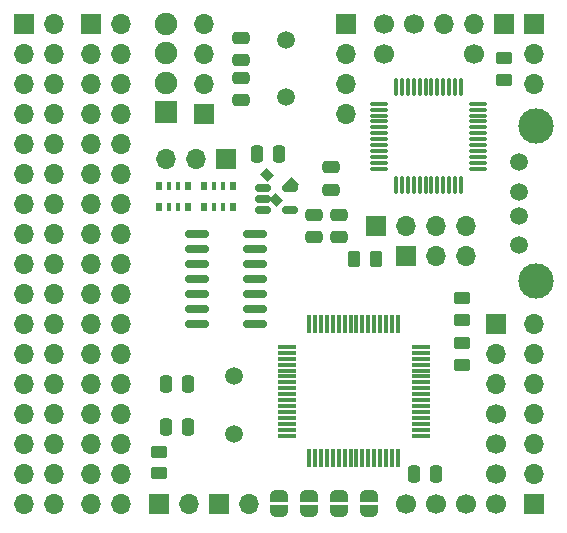
<source format=gts>
G04 #@! TF.GenerationSoftware,KiCad,Pcbnew,6.0.8-f2edbf62ab~116~ubuntu22.04.1*
G04 #@! TF.CreationDate,2022-10-13T10:44:28+02:00*
G04 #@! TF.ProjectId,Floppy emulator with OSD,466c6f70-7079-4206-956d-756c61746f72,0.2*
G04 #@! TF.SameCoordinates,Original*
G04 #@! TF.FileFunction,Soldermask,Top*
G04 #@! TF.FilePolarity,Negative*
%FSLAX46Y46*%
G04 Gerber Fmt 4.6, Leading zero omitted, Abs format (unit mm)*
G04 Created by KiCad (PCBNEW 6.0.8-f2edbf62ab~116~ubuntu22.04.1) date 2022-10-13 10:44:28*
%MOMM*%
%LPD*%
G01*
G04 APERTURE LIST*
G04 Aperture macros list*
%AMRoundRect*
0 Rectangle with rounded corners*
0 $1 Rounding radius*
0 $2 $3 $4 $5 $6 $7 $8 $9 X,Y pos of 4 corners*
0 Add a 4 corners polygon primitive as box body*
4,1,4,$2,$3,$4,$5,$6,$7,$8,$9,$2,$3,0*
0 Add four circle primitives for the rounded corners*
1,1,$1+$1,$2,$3*
1,1,$1+$1,$4,$5*
1,1,$1+$1,$6,$7*
1,1,$1+$1,$8,$9*
0 Add four rect primitives between the rounded corners*
20,1,$1+$1,$2,$3,$4,$5,0*
20,1,$1+$1,$4,$5,$6,$7,0*
20,1,$1+$1,$6,$7,$8,$9,0*
20,1,$1+$1,$8,$9,$2,$3,0*%
%AMRotRect*
0 Rectangle, with rotation*
0 The origin of the aperture is its center*
0 $1 length*
0 $2 width*
0 $3 Rotation angle, in degrees counterclockwise*
0 Add horizontal line*
21,1,$1,$2,0,0,$3*%
%AMFreePoly0*
4,1,22,0.500000,-0.750000,0.000000,-0.750000,0.000000,-0.745033,-0.079941,-0.743568,-0.215256,-0.701293,-0.333266,-0.622738,-0.424486,-0.514219,-0.481581,-0.384460,-0.499164,-0.250000,-0.500000,-0.250000,-0.500000,0.250000,-0.499164,0.250000,-0.499963,0.256109,-0.478152,0.396186,-0.417904,0.524511,-0.324060,0.630769,-0.204165,0.706417,-0.067858,0.745374,0.000000,0.744959,0.000000,0.750000,
0.500000,0.750000,0.500000,-0.750000,0.500000,-0.750000,$1*%
%AMFreePoly1*
4,1,20,0.000000,0.744959,0.073905,0.744508,0.209726,0.703889,0.328688,0.626782,0.421226,0.519385,0.479903,0.390333,0.500000,0.250000,0.500000,-0.250000,0.499851,-0.262216,0.476331,-0.402017,0.414519,-0.529596,0.319384,-0.634700,0.198574,-0.708877,0.061801,-0.746166,0.000000,-0.745033,0.000000,-0.750000,-0.500000,-0.750000,-0.500000,0.750000,0.000000,0.750000,0.000000,0.744959,
0.000000,0.744959,$1*%
G04 Aperture macros list end*
%ADD10RoundRect,0.250000X-0.250000X-0.475000X0.250000X-0.475000X0.250000X0.475000X-0.250000X0.475000X0*%
%ADD11RoundRect,0.250000X0.475000X-0.250000X0.475000X0.250000X-0.475000X0.250000X-0.475000X-0.250000X0*%
%ADD12RoundRect,0.250000X0.250000X0.475000X-0.250000X0.475000X-0.250000X-0.475000X0.250000X-0.475000X0*%
%ADD13RoundRect,0.250000X-0.475000X0.250000X-0.475000X-0.250000X0.475000X-0.250000X0.475000X0.250000X0*%
%ADD14R,1.700000X1.700000*%
%ADD15O,1.700000X1.700000*%
%ADD16FreePoly0,90.000000*%
%ADD17FreePoly1,90.000000*%
%ADD18R,1.900000X1.900000*%
%ADD19C,1.900000*%
%ADD20RoundRect,0.250000X0.262500X0.450000X-0.262500X0.450000X-0.262500X-0.450000X0.262500X-0.450000X0*%
%ADD21R,0.500000X0.800000*%
%ADD22R,0.400000X0.800000*%
%ADD23RoundRect,0.075000X-0.700000X-0.075000X0.700000X-0.075000X0.700000X0.075000X-0.700000X0.075000X0*%
%ADD24RoundRect,0.075000X-0.075000X-0.700000X0.075000X-0.700000X0.075000X0.700000X-0.075000X0.700000X0*%
%ADD25RoundRect,0.150000X-0.512500X-0.150000X0.512500X-0.150000X0.512500X0.150000X-0.512500X0.150000X0*%
%ADD26RoundRect,0.075000X-0.662500X-0.075000X0.662500X-0.075000X0.662500X0.075000X-0.662500X0.075000X0*%
%ADD27RoundRect,0.075000X-0.075000X-0.662500X0.075000X-0.662500X0.075000X0.662500X-0.075000X0.662500X0*%
%ADD28C,1.500000*%
%ADD29C,1.700000*%
%ADD30RoundRect,0.150000X-0.825000X-0.150000X0.825000X-0.150000X0.825000X0.150000X-0.825000X0.150000X0*%
%ADD31RoundRect,0.250000X-0.450000X0.262500X-0.450000X-0.262500X0.450000X-0.262500X0.450000X0.262500X0*%
%ADD32C,3.000000*%
%ADD33RoundRect,0.250000X0.450000X-0.262500X0.450000X0.262500X-0.450000X0.262500X-0.450000X-0.262500X0*%
%ADD34RotRect,0.900000X0.800000X135.000000*%
G04 APERTURE END LIST*
D10*
X108651000Y-120205500D03*
X110551000Y-120205500D03*
D11*
X114935000Y-123266000D03*
X114935000Y-121366000D03*
D12*
X102852500Y-139700000D03*
X100952500Y-139700000D03*
D13*
X113474500Y-125415000D03*
X113474500Y-127315000D03*
D14*
X118745000Y-126365000D03*
D15*
X121285000Y-126365000D03*
X123825000Y-126365000D03*
X126365000Y-126365000D03*
D14*
X129540000Y-109220000D03*
D15*
X127000000Y-109220000D03*
X124460000Y-109220000D03*
D16*
X115570000Y-150510000D03*
D17*
X115570000Y-149210000D03*
D16*
X113030000Y-150510000D03*
D17*
X113030000Y-149210000D03*
D16*
X110490000Y-150510000D03*
D17*
X110490000Y-149210000D03*
D18*
X100965000Y-116720000D03*
D19*
X100965000Y-114220000D03*
X100965000Y-111720000D03*
X100965000Y-109220000D03*
D14*
X104140000Y-116840000D03*
D15*
X104140000Y-114300000D03*
X104140000Y-111760000D03*
X104140000Y-109220000D03*
D20*
X118705000Y-129159000D03*
X116880000Y-129159000D03*
D21*
X100400000Y-124725000D03*
D22*
X101200000Y-124725000D03*
X102000000Y-124725000D03*
D21*
X102800000Y-124725000D03*
X102800000Y-122925000D03*
D22*
X102000000Y-122925000D03*
X101200000Y-122925000D03*
D21*
X100400000Y-122925000D03*
X104210000Y-124725000D03*
D22*
X105010000Y-124725000D03*
X105810000Y-124725000D03*
D21*
X106610000Y-124725000D03*
X106610000Y-122925000D03*
D22*
X105810000Y-122925000D03*
X105010000Y-122925000D03*
D21*
X104210000Y-122925000D03*
D23*
X111165000Y-136585000D03*
X111165000Y-137085000D03*
X111165000Y-137585000D03*
X111165000Y-138085000D03*
X111165000Y-138585000D03*
X111165000Y-139085000D03*
X111165000Y-139585000D03*
X111165000Y-140085000D03*
X111165000Y-140585000D03*
X111165000Y-141085000D03*
X111165000Y-141585000D03*
X111165000Y-142085000D03*
X111165000Y-142585000D03*
X111165000Y-143085000D03*
X111165000Y-143585000D03*
X111165000Y-144085000D03*
D24*
X113090000Y-146010000D03*
X113590000Y-146010000D03*
X114090000Y-146010000D03*
X114590000Y-146010000D03*
X115090000Y-146010000D03*
X115590000Y-146010000D03*
X116090000Y-146010000D03*
X116590000Y-146010000D03*
X117090000Y-146010000D03*
X117590000Y-146010000D03*
X118090000Y-146010000D03*
X118590000Y-146010000D03*
X119090000Y-146010000D03*
X119590000Y-146010000D03*
X120090000Y-146010000D03*
X120590000Y-146010000D03*
D23*
X122515000Y-144085000D03*
X122515000Y-143585000D03*
X122515000Y-143085000D03*
X122515000Y-142585000D03*
X122515000Y-142085000D03*
X122515000Y-141585000D03*
X122515000Y-141085000D03*
X122515000Y-140585000D03*
X122515000Y-140085000D03*
X122515000Y-139585000D03*
X122515000Y-139085000D03*
X122515000Y-138585000D03*
X122515000Y-138085000D03*
X122515000Y-137585000D03*
X122515000Y-137085000D03*
X122515000Y-136585000D03*
D24*
X120590000Y-134660000D03*
X120090000Y-134660000D03*
X119590000Y-134660000D03*
X119090000Y-134660000D03*
X118590000Y-134660000D03*
X118090000Y-134660000D03*
X117590000Y-134660000D03*
X117090000Y-134660000D03*
X116590000Y-134660000D03*
X116090000Y-134660000D03*
X115590000Y-134660000D03*
X115090000Y-134660000D03*
X114590000Y-134660000D03*
X114090000Y-134660000D03*
X113590000Y-134660000D03*
X113090000Y-134660000D03*
D25*
X109162000Y-123129000D03*
X109162000Y-124079000D03*
X109162000Y-125029000D03*
X111437000Y-125029000D03*
X111437000Y-123129000D03*
D26*
X119027500Y-115995000D03*
X119027500Y-116495000D03*
X119027500Y-116995000D03*
X119027500Y-117495000D03*
X119027500Y-117995000D03*
X119027500Y-118495000D03*
X119027500Y-118995000D03*
X119027500Y-119495000D03*
X119027500Y-119995000D03*
X119027500Y-120495000D03*
X119027500Y-120995000D03*
X119027500Y-121495000D03*
D27*
X120440000Y-122907500D03*
X120940000Y-122907500D03*
X121440000Y-122907500D03*
X121940000Y-122907500D03*
X122440000Y-122907500D03*
X122940000Y-122907500D03*
X123440000Y-122907500D03*
X123940000Y-122907500D03*
X124440000Y-122907500D03*
X124940000Y-122907500D03*
X125440000Y-122907500D03*
X125940000Y-122907500D03*
D26*
X127352500Y-121495000D03*
X127352500Y-120995000D03*
X127352500Y-120495000D03*
X127352500Y-119995000D03*
X127352500Y-119495000D03*
X127352500Y-118995000D03*
X127352500Y-118495000D03*
X127352500Y-117995000D03*
X127352500Y-117495000D03*
X127352500Y-116995000D03*
X127352500Y-116495000D03*
X127352500Y-115995000D03*
D27*
X125940000Y-114582500D03*
X125440000Y-114582500D03*
X124940000Y-114582500D03*
X124440000Y-114582500D03*
X123940000Y-114582500D03*
X123440000Y-114582500D03*
X122940000Y-114582500D03*
X122440000Y-114582500D03*
X121940000Y-114582500D03*
X121440000Y-114582500D03*
X120940000Y-114582500D03*
X120440000Y-114582500D03*
D28*
X106680000Y-139065000D03*
X106680000Y-143945000D03*
D14*
X88900000Y-109220000D03*
D15*
X91440000Y-109220000D03*
X88900000Y-111760000D03*
X91440000Y-111760000D03*
X88900000Y-114300000D03*
X91440000Y-114300000D03*
X88900000Y-116840000D03*
X91440000Y-116840000D03*
X88900000Y-119380000D03*
X91440000Y-119380000D03*
X88900000Y-121920000D03*
X91440000Y-121920000D03*
X88900000Y-124460000D03*
X91440000Y-124460000D03*
X88900000Y-127000000D03*
X91440000Y-127000000D03*
X88900000Y-129540000D03*
X91440000Y-129540000D03*
X88900000Y-132080000D03*
X91440000Y-132080000D03*
X88900000Y-134620000D03*
X91440000Y-134620000D03*
X88900000Y-137160000D03*
X91440000Y-137160000D03*
X88900000Y-139700000D03*
X91440000Y-139700000D03*
X88900000Y-142240000D03*
X91440000Y-142240000D03*
X88900000Y-144780000D03*
X91440000Y-144780000D03*
X88900000Y-147320000D03*
X91440000Y-147320000D03*
X88900000Y-149860000D03*
X91440000Y-149860000D03*
D14*
X105410000Y-149860000D03*
D15*
X107950000Y-149860000D03*
D29*
X128905000Y-149860000D03*
X126365000Y-149860000D03*
X121285000Y-149860000D03*
D30*
X103570000Y-127000000D03*
X103570000Y-128270000D03*
X103570000Y-129540000D03*
X103570000Y-130810000D03*
X103570000Y-132080000D03*
X103570000Y-133350000D03*
X103570000Y-134620000D03*
X108520000Y-134620000D03*
X108520000Y-133350000D03*
X108520000Y-132080000D03*
X108520000Y-130810000D03*
X108520000Y-129540000D03*
X108520000Y-128270000D03*
X108520000Y-127000000D03*
D29*
X128905000Y-144780000D03*
D16*
X118110000Y-150510000D03*
D17*
X118110000Y-149210000D03*
D12*
X102852500Y-143383000D03*
X100952500Y-143383000D03*
D14*
X106045000Y-120650000D03*
D15*
X103505000Y-120650000D03*
X100965000Y-120650000D03*
D29*
X123825000Y-149860000D03*
X128905000Y-142240000D03*
X128905000Y-147320000D03*
D28*
X111125000Y-110580000D03*
X111125000Y-115460000D03*
D14*
X128905000Y-134620000D03*
D15*
X128905000Y-137160000D03*
X128905000Y-139700000D03*
D31*
X126047500Y-132437500D03*
X126047500Y-134262500D03*
D14*
X132080000Y-109220000D03*
D15*
X132080000Y-111760000D03*
X132080000Y-114300000D03*
D28*
X130810000Y-127960000D03*
X130810000Y-125460000D03*
X130810000Y-123460000D03*
X130810000Y-120960000D03*
D32*
X132260000Y-131030000D03*
X132260000Y-117890000D03*
D14*
X132080000Y-149860000D03*
D15*
X132080000Y-147320000D03*
X132080000Y-144780000D03*
X132080000Y-142240000D03*
X132080000Y-139700000D03*
X132080000Y-137160000D03*
X132080000Y-134620000D03*
D33*
X100330000Y-147280000D03*
X100330000Y-145455000D03*
D14*
X100330000Y-149860000D03*
D15*
X102870000Y-149860000D03*
D11*
X107315000Y-115694500D03*
X107315000Y-113794500D03*
D14*
X121285000Y-128905000D03*
D15*
X123825000Y-128905000D03*
X126365000Y-128905000D03*
D31*
X126047500Y-136247500D03*
X126047500Y-138072500D03*
D13*
X107315000Y-110399000D03*
X107315000Y-112299000D03*
X115570000Y-125415000D03*
X115570000Y-127315000D03*
D29*
X119380000Y-109220000D03*
X127000000Y-111760000D03*
D33*
X129540000Y-113942500D03*
X129540000Y-112117500D03*
D29*
X121920000Y-109220000D03*
X119380000Y-111760000D03*
D12*
X123825000Y-147320000D03*
X121925000Y-147320000D03*
D34*
X110271355Y-124124358D03*
X111614858Y-122780855D03*
X109528893Y-122038393D03*
D14*
X94615000Y-109220000D03*
D15*
X97155000Y-109220000D03*
X94615000Y-111760000D03*
X97155000Y-111760000D03*
X94615000Y-114300000D03*
X97155000Y-114300000D03*
X94615000Y-116840000D03*
X97155000Y-116840000D03*
X94615000Y-119380000D03*
X97155000Y-119380000D03*
X94615000Y-121920000D03*
X97155000Y-121920000D03*
X94615000Y-124460000D03*
X97155000Y-124460000D03*
X94615000Y-127000000D03*
X97155000Y-127000000D03*
X94615000Y-129540000D03*
X97155000Y-129540000D03*
X94615000Y-132080000D03*
X97155000Y-132080000D03*
X94615000Y-134620000D03*
X97155000Y-134620000D03*
X94615000Y-137160000D03*
X97155000Y-137160000D03*
X94615000Y-139700000D03*
X97155000Y-139700000D03*
X94615000Y-142240000D03*
X97155000Y-142240000D03*
X94615000Y-144780000D03*
X97155000Y-144780000D03*
X94615000Y-147320000D03*
X97155000Y-147320000D03*
X94615000Y-149860000D03*
X97155000Y-149860000D03*
D14*
X116205000Y-109230000D03*
D15*
X116205000Y-111770000D03*
X116205000Y-114310000D03*
X116205000Y-116850000D03*
M02*

</source>
